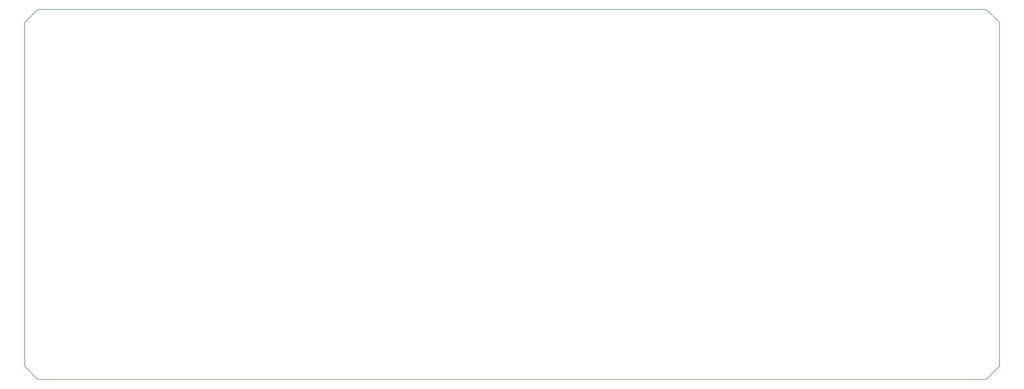
<source format=gm1>
G04 #@! TF.FileFunction,Profile,NP*
%FSLAX46Y46*%
G04 Gerber Fmt 4.6, Leading zero omitted, Abs format (unit mm)*
G04 Created by KiCad (PCBNEW 4.0.6) date Saturday, May 27, 2017 'AMt' 11:31:39 AM*
%MOMM*%
%LPD*%
G01*
G04 APERTURE LIST*
%ADD10C,0.100000*%
%ADD11C,0.150000*%
G04 APERTURE END LIST*
D10*
D11*
X339125000Y-148000000D02*
X335125000Y-144000000D01*
X339125000Y-253000000D02*
X339125000Y-148000000D01*
X335125000Y-257000000D02*
X339125000Y-253000000D01*
X46125000Y-257000000D02*
X335125000Y-257000000D01*
X42125000Y-253000000D02*
X46125000Y-257000000D01*
X42125000Y-148000000D02*
X42125000Y-253000000D01*
X46125000Y-144000000D02*
X42125000Y-148000000D01*
X46125000Y-144000000D02*
X335125000Y-144000000D01*
M02*

</source>
